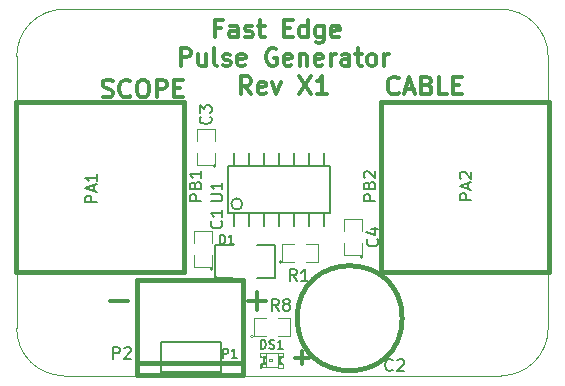
<source format=gto>
G04 (created by PCBNEW (2013-04-19 BZR 4011)-stable) date 22/05/2013 10:42:45*
%MOIN*%
G04 Gerber Fmt 3.4, Leading zero omitted, Abs format*
%FSLAX34Y34*%
G01*
G70*
G90*
G04 APERTURE LIST*
%ADD10C,0.006*%
%ADD11C,0.011811*%
%ADD12C,0.00393701*%
%ADD13C,0.0039*%
%ADD14C,0.015*%
%ADD15C,0.005*%
%ADD16C,0.0026*%
%ADD17C,0.004*%
%ADD18C,0.002*%
%ADD19C,0.00590551*%
%ADD20C,0.008*%
%ADD21C,0.012*%
G04 APERTURE END LIST*
G54D10*
G54D11*
X12728Y-2782D02*
X12700Y-2810D01*
X12615Y-2839D01*
X12559Y-2839D01*
X12475Y-2810D01*
X12418Y-2754D01*
X12390Y-2698D01*
X12362Y-2585D01*
X12362Y-2501D01*
X12390Y-2389D01*
X12418Y-2332D01*
X12475Y-2276D01*
X12559Y-2248D01*
X12615Y-2248D01*
X12700Y-2276D01*
X12728Y-2304D01*
X12953Y-2670D02*
X13234Y-2670D01*
X12896Y-2839D02*
X13093Y-2248D01*
X13290Y-2839D01*
X13684Y-2529D02*
X13768Y-2557D01*
X13796Y-2585D01*
X13824Y-2642D01*
X13824Y-2726D01*
X13796Y-2782D01*
X13768Y-2810D01*
X13712Y-2839D01*
X13487Y-2839D01*
X13487Y-2248D01*
X13684Y-2248D01*
X13740Y-2276D01*
X13768Y-2304D01*
X13796Y-2360D01*
X13796Y-2417D01*
X13768Y-2473D01*
X13740Y-2501D01*
X13684Y-2529D01*
X13487Y-2529D01*
X14359Y-2839D02*
X14078Y-2839D01*
X14078Y-2248D01*
X14556Y-2529D02*
X14752Y-2529D01*
X14837Y-2839D02*
X14556Y-2839D01*
X14556Y-2248D01*
X14837Y-2248D01*
X2864Y-2910D02*
X2948Y-2939D01*
X3089Y-2939D01*
X3145Y-2910D01*
X3173Y-2882D01*
X3201Y-2826D01*
X3201Y-2770D01*
X3173Y-2714D01*
X3145Y-2685D01*
X3089Y-2657D01*
X2976Y-2629D01*
X2920Y-2601D01*
X2892Y-2573D01*
X2864Y-2517D01*
X2864Y-2460D01*
X2892Y-2404D01*
X2920Y-2376D01*
X2976Y-2348D01*
X3117Y-2348D01*
X3201Y-2376D01*
X3792Y-2882D02*
X3764Y-2910D01*
X3679Y-2939D01*
X3623Y-2939D01*
X3539Y-2910D01*
X3482Y-2854D01*
X3454Y-2798D01*
X3426Y-2685D01*
X3426Y-2601D01*
X3454Y-2489D01*
X3482Y-2432D01*
X3539Y-2376D01*
X3623Y-2348D01*
X3679Y-2348D01*
X3764Y-2376D01*
X3792Y-2404D01*
X4157Y-2348D02*
X4270Y-2348D01*
X4326Y-2376D01*
X4382Y-2432D01*
X4410Y-2545D01*
X4410Y-2742D01*
X4382Y-2854D01*
X4326Y-2910D01*
X4270Y-2939D01*
X4157Y-2939D01*
X4101Y-2910D01*
X4045Y-2854D01*
X4017Y-2742D01*
X4017Y-2545D01*
X4045Y-2432D01*
X4101Y-2376D01*
X4157Y-2348D01*
X4664Y-2939D02*
X4664Y-2348D01*
X4888Y-2348D01*
X4945Y-2376D01*
X4973Y-2404D01*
X5001Y-2460D01*
X5001Y-2545D01*
X4973Y-2601D01*
X4945Y-2629D01*
X4888Y-2657D01*
X4664Y-2657D01*
X5254Y-2629D02*
X5451Y-2629D01*
X5535Y-2939D02*
X5254Y-2939D01*
X5254Y-2348D01*
X5535Y-2348D01*
G54D12*
X17716Y-10629D02*
X17716Y-1574D01*
X0Y-1574D02*
X0Y-10629D01*
X1574Y-12216D02*
X16141Y-12216D01*
X16141Y0D02*
X1574Y0D01*
X0Y-10641D02*
G75*
G03X1574Y-12216I1574J0D01*
G74*
G01*
X16141Y-12216D02*
G75*
G03X17716Y-10641I0J1574D01*
G74*
G01*
X17716Y-1574D02*
G75*
G03X16141Y0I-1574J0D01*
G74*
G01*
X1574Y0D02*
G75*
G03X0Y-1574I0J-1574D01*
G74*
G01*
G54D11*
X6804Y-629D02*
X6608Y-629D01*
X6608Y-939D02*
X6608Y-348D01*
X6889Y-348D01*
X7367Y-939D02*
X7367Y-629D01*
X7339Y-573D01*
X7283Y-545D01*
X7170Y-545D01*
X7114Y-573D01*
X7367Y-910D02*
X7311Y-939D01*
X7170Y-939D01*
X7114Y-910D01*
X7086Y-854D01*
X7086Y-798D01*
X7114Y-742D01*
X7170Y-714D01*
X7311Y-714D01*
X7367Y-685D01*
X7620Y-910D02*
X7676Y-939D01*
X7789Y-939D01*
X7845Y-910D01*
X7873Y-854D01*
X7873Y-826D01*
X7845Y-770D01*
X7789Y-742D01*
X7704Y-742D01*
X7648Y-714D01*
X7620Y-657D01*
X7620Y-629D01*
X7648Y-573D01*
X7704Y-545D01*
X7789Y-545D01*
X7845Y-573D01*
X8042Y-545D02*
X8267Y-545D01*
X8126Y-348D02*
X8126Y-854D01*
X8154Y-910D01*
X8211Y-939D01*
X8267Y-939D01*
X8914Y-629D02*
X9110Y-629D01*
X9195Y-939D02*
X8914Y-939D01*
X8914Y-348D01*
X9195Y-348D01*
X9701Y-939D02*
X9701Y-348D01*
X9701Y-910D02*
X9645Y-939D01*
X9532Y-939D01*
X9476Y-910D01*
X9448Y-882D01*
X9420Y-826D01*
X9420Y-657D01*
X9448Y-601D01*
X9476Y-573D01*
X9532Y-545D01*
X9645Y-545D01*
X9701Y-573D01*
X10235Y-545D02*
X10235Y-1023D01*
X10207Y-1079D01*
X10179Y-1107D01*
X10123Y-1135D01*
X10038Y-1135D01*
X9982Y-1107D01*
X10235Y-910D02*
X10179Y-939D01*
X10067Y-939D01*
X10010Y-910D01*
X9982Y-882D01*
X9954Y-826D01*
X9954Y-657D01*
X9982Y-601D01*
X10010Y-573D01*
X10067Y-545D01*
X10179Y-545D01*
X10235Y-573D01*
X10741Y-910D02*
X10685Y-939D01*
X10573Y-939D01*
X10516Y-910D01*
X10488Y-854D01*
X10488Y-629D01*
X10516Y-573D01*
X10573Y-545D01*
X10685Y-545D01*
X10741Y-573D01*
X10770Y-629D01*
X10770Y-685D01*
X10488Y-742D01*
X5469Y-1883D02*
X5469Y-1293D01*
X5694Y-1293D01*
X5750Y-1321D01*
X5778Y-1349D01*
X5806Y-1405D01*
X5806Y-1490D01*
X5778Y-1546D01*
X5750Y-1574D01*
X5694Y-1602D01*
X5469Y-1602D01*
X6312Y-1490D02*
X6312Y-1883D01*
X6059Y-1490D02*
X6059Y-1799D01*
X6087Y-1855D01*
X6144Y-1883D01*
X6228Y-1883D01*
X6284Y-1855D01*
X6312Y-1827D01*
X6678Y-1883D02*
X6622Y-1855D01*
X6594Y-1799D01*
X6594Y-1293D01*
X6875Y-1855D02*
X6931Y-1883D01*
X7043Y-1883D01*
X7100Y-1855D01*
X7128Y-1799D01*
X7128Y-1771D01*
X7100Y-1715D01*
X7043Y-1687D01*
X6959Y-1687D01*
X6903Y-1658D01*
X6875Y-1602D01*
X6875Y-1574D01*
X6903Y-1518D01*
X6959Y-1490D01*
X7043Y-1490D01*
X7100Y-1518D01*
X7606Y-1855D02*
X7550Y-1883D01*
X7437Y-1883D01*
X7381Y-1855D01*
X7353Y-1799D01*
X7353Y-1574D01*
X7381Y-1518D01*
X7437Y-1490D01*
X7550Y-1490D01*
X7606Y-1518D01*
X7634Y-1574D01*
X7634Y-1630D01*
X7353Y-1687D01*
X8646Y-1321D02*
X8590Y-1293D01*
X8506Y-1293D01*
X8421Y-1321D01*
X8365Y-1377D01*
X8337Y-1433D01*
X8309Y-1546D01*
X8309Y-1630D01*
X8337Y-1743D01*
X8365Y-1799D01*
X8421Y-1855D01*
X8506Y-1883D01*
X8562Y-1883D01*
X8646Y-1855D01*
X8675Y-1827D01*
X8675Y-1630D01*
X8562Y-1630D01*
X9153Y-1855D02*
X9096Y-1883D01*
X8984Y-1883D01*
X8928Y-1855D01*
X8900Y-1799D01*
X8900Y-1574D01*
X8928Y-1518D01*
X8984Y-1490D01*
X9096Y-1490D01*
X9153Y-1518D01*
X9181Y-1574D01*
X9181Y-1630D01*
X8900Y-1687D01*
X9434Y-1490D02*
X9434Y-1883D01*
X9434Y-1546D02*
X9462Y-1518D01*
X9518Y-1490D01*
X9603Y-1490D01*
X9659Y-1518D01*
X9687Y-1574D01*
X9687Y-1883D01*
X10193Y-1855D02*
X10137Y-1883D01*
X10024Y-1883D01*
X9968Y-1855D01*
X9940Y-1799D01*
X9940Y-1574D01*
X9968Y-1518D01*
X10024Y-1490D01*
X10137Y-1490D01*
X10193Y-1518D01*
X10221Y-1574D01*
X10221Y-1630D01*
X9940Y-1687D01*
X10474Y-1883D02*
X10474Y-1490D01*
X10474Y-1602D02*
X10502Y-1546D01*
X10531Y-1518D01*
X10587Y-1490D01*
X10643Y-1490D01*
X11093Y-1883D02*
X11093Y-1574D01*
X11065Y-1518D01*
X11009Y-1490D01*
X10896Y-1490D01*
X10840Y-1518D01*
X11093Y-1855D02*
X11037Y-1883D01*
X10896Y-1883D01*
X10840Y-1855D01*
X10812Y-1799D01*
X10812Y-1743D01*
X10840Y-1687D01*
X10896Y-1658D01*
X11037Y-1658D01*
X11093Y-1630D01*
X11290Y-1490D02*
X11515Y-1490D01*
X11374Y-1293D02*
X11374Y-1799D01*
X11402Y-1855D01*
X11459Y-1883D01*
X11515Y-1883D01*
X11796Y-1883D02*
X11740Y-1855D01*
X11712Y-1827D01*
X11684Y-1771D01*
X11684Y-1602D01*
X11712Y-1546D01*
X11740Y-1518D01*
X11796Y-1490D01*
X11880Y-1490D01*
X11937Y-1518D01*
X11965Y-1546D01*
X11993Y-1602D01*
X11993Y-1771D01*
X11965Y-1827D01*
X11937Y-1855D01*
X11880Y-1883D01*
X11796Y-1883D01*
X12246Y-1883D02*
X12246Y-1490D01*
X12246Y-1602D02*
X12274Y-1546D01*
X12302Y-1518D01*
X12358Y-1490D01*
X12415Y-1490D01*
X7817Y-2828D02*
X7620Y-2547D01*
X7479Y-2828D02*
X7479Y-2238D01*
X7704Y-2238D01*
X7761Y-2266D01*
X7789Y-2294D01*
X7817Y-2350D01*
X7817Y-2435D01*
X7789Y-2491D01*
X7761Y-2519D01*
X7704Y-2547D01*
X7479Y-2547D01*
X8295Y-2800D02*
X8239Y-2828D01*
X8126Y-2828D01*
X8070Y-2800D01*
X8042Y-2744D01*
X8042Y-2519D01*
X8070Y-2463D01*
X8126Y-2435D01*
X8239Y-2435D01*
X8295Y-2463D01*
X8323Y-2519D01*
X8323Y-2575D01*
X8042Y-2631D01*
X8520Y-2435D02*
X8660Y-2828D01*
X8801Y-2435D01*
X9420Y-2238D02*
X9813Y-2828D01*
X9813Y-2238D02*
X9420Y-2828D01*
X10348Y-2828D02*
X10010Y-2828D01*
X10179Y-2828D02*
X10179Y-2238D01*
X10123Y-2322D01*
X10067Y-2378D01*
X10010Y-2406D01*
X3095Y-9719D02*
X3704Y-9719D01*
X7695Y-9719D02*
X8304Y-9719D01*
X8000Y-10023D02*
X8000Y-9414D01*
G54D13*
X8848Y-8422D02*
G75*
G03X8848Y-8422I-50J0D01*
G74*
G01*
X9248Y-8422D02*
X8848Y-8422D01*
X8848Y-8422D02*
X8848Y-7822D01*
X8848Y-7822D02*
X9248Y-7822D01*
X9648Y-7822D02*
X10048Y-7822D01*
X10048Y-7822D02*
X10048Y-8422D01*
X10048Y-8422D02*
X9648Y-8422D01*
X6550Y-8650D02*
G75*
G03X6550Y-8650I-50J0D01*
G74*
G01*
X6500Y-8200D02*
X6500Y-8600D01*
X6500Y-8600D02*
X5900Y-8600D01*
X5900Y-8600D02*
X5900Y-8200D01*
X5900Y-7800D02*
X5900Y-7400D01*
X5900Y-7400D02*
X6500Y-7400D01*
X6500Y-7400D02*
X6500Y-7800D01*
X6649Y-5228D02*
G75*
G03X6649Y-5228I-50J0D01*
G74*
G01*
X6599Y-4778D02*
X6599Y-5178D01*
X6599Y-5178D02*
X5999Y-5178D01*
X5999Y-5178D02*
X5999Y-4778D01*
X5999Y-4378D02*
X5999Y-3978D01*
X5999Y-3978D02*
X6599Y-3978D01*
X6599Y-3978D02*
X6599Y-4378D01*
G54D14*
X12850Y-10300D02*
G75*
G03X12850Y-10300I-1750J0D01*
G74*
G01*
X7559Y-12177D02*
X7559Y-9027D01*
X4015Y-12177D02*
X4015Y-9027D01*
X7559Y-9027D02*
X4015Y-9027D01*
X7559Y-11783D02*
X4015Y-11783D01*
X7559Y-12177D02*
X4015Y-12177D01*
G54D15*
X7050Y-5220D02*
X7050Y-6780D01*
X7050Y-6780D02*
X10450Y-6780D01*
X10450Y-6780D02*
X10450Y-5220D01*
X10450Y-5220D02*
X7050Y-5220D01*
X7750Y-5220D02*
X7750Y-4790D01*
X8250Y-5220D02*
X8250Y-4790D01*
X8750Y-5220D02*
X8750Y-4790D01*
X7250Y-5220D02*
X7250Y-4790D01*
X9250Y-4790D02*
X9250Y-5220D01*
X9750Y-4790D02*
X9750Y-5220D01*
X10250Y-4790D02*
X10250Y-5220D01*
X10250Y-6780D02*
X10250Y-7210D01*
X9750Y-6780D02*
X9750Y-7210D01*
X7250Y-6780D02*
X7250Y-7210D01*
X7750Y-7210D02*
X7750Y-6780D01*
X9250Y-7210D02*
X9250Y-6780D01*
X8750Y-7210D02*
X8750Y-6780D01*
X8250Y-7210D02*
X8250Y-6780D01*
X7526Y-6490D02*
G75*
G03X7526Y-6490I-186J0D01*
G74*
G01*
G54D14*
X5558Y-8747D02*
X-32Y-8747D01*
X-30Y-8749D02*
X-30Y-3080D01*
X-32Y-3078D02*
X5558Y-3078D01*
X5565Y-8747D02*
X5565Y-3078D01*
X12158Y-3087D02*
X17749Y-3087D01*
X17747Y-3085D02*
X17747Y-8754D01*
X17749Y-8756D02*
X12158Y-8756D01*
X12151Y-3087D02*
X12151Y-8756D01*
G54D13*
X11550Y-8250D02*
G75*
G03X11550Y-8250I-50J0D01*
G74*
G01*
X11500Y-7800D02*
X11500Y-8200D01*
X11500Y-8200D02*
X10900Y-8200D01*
X10900Y-8200D02*
X10900Y-7800D01*
X10900Y-7400D02*
X10900Y-7000D01*
X10900Y-7000D02*
X11500Y-7000D01*
X11500Y-7000D02*
X11500Y-7400D01*
G54D15*
X6720Y-9000D02*
G75*
G03X6720Y-9000I-70J0D01*
G74*
G01*
X7200Y-7850D02*
X6600Y-7850D01*
X6600Y-7850D02*
X6600Y-8950D01*
X6600Y-8950D02*
X7200Y-8950D01*
X8000Y-8950D02*
X8600Y-8950D01*
X8600Y-8950D02*
X8600Y-7850D01*
X8600Y-7850D02*
X8000Y-7850D01*
G54D13*
X7900Y-10900D02*
G75*
G03X7900Y-10900I-50J0D01*
G74*
G01*
X8300Y-10900D02*
X7900Y-10900D01*
X7900Y-10900D02*
X7900Y-10300D01*
X7900Y-10300D02*
X8300Y-10300D01*
X8700Y-10300D02*
X9100Y-10300D01*
X9100Y-10300D02*
X9100Y-10900D01*
X9100Y-10900D02*
X8700Y-10900D01*
G54D16*
X8304Y-11582D02*
X8304Y-11454D01*
X8304Y-11454D02*
X8107Y-11454D01*
X8107Y-11582D02*
X8107Y-11454D01*
X8304Y-11582D02*
X8107Y-11582D01*
X8304Y-11827D02*
X8304Y-11768D01*
X8304Y-11768D02*
X8205Y-11768D01*
X8205Y-11827D02*
X8205Y-11768D01*
X8304Y-11827D02*
X8205Y-11827D01*
X8304Y-11632D02*
X8304Y-11573D01*
X8304Y-11573D02*
X8205Y-11573D01*
X8205Y-11632D02*
X8205Y-11573D01*
X8304Y-11632D02*
X8205Y-11632D01*
X8304Y-11778D02*
X8304Y-11622D01*
X8304Y-11622D02*
X8235Y-11622D01*
X8235Y-11778D02*
X8235Y-11622D01*
X8304Y-11778D02*
X8235Y-11778D01*
X8893Y-11582D02*
X8893Y-11454D01*
X8893Y-11454D02*
X8696Y-11454D01*
X8696Y-11582D02*
X8696Y-11454D01*
X8893Y-11582D02*
X8696Y-11582D01*
X8893Y-11946D02*
X8893Y-11818D01*
X8893Y-11818D02*
X8696Y-11818D01*
X8696Y-11946D02*
X8696Y-11818D01*
X8893Y-11946D02*
X8696Y-11946D01*
X8795Y-11632D02*
X8795Y-11573D01*
X8795Y-11573D02*
X8696Y-11573D01*
X8696Y-11632D02*
X8696Y-11573D01*
X8795Y-11632D02*
X8696Y-11632D01*
X8795Y-11827D02*
X8795Y-11768D01*
X8795Y-11768D02*
X8696Y-11768D01*
X8696Y-11827D02*
X8696Y-11768D01*
X8795Y-11827D02*
X8696Y-11827D01*
X8765Y-11778D02*
X8765Y-11622D01*
X8765Y-11622D02*
X8696Y-11622D01*
X8696Y-11778D02*
X8696Y-11622D01*
X8765Y-11778D02*
X8696Y-11778D01*
X8500Y-11739D02*
X8500Y-11661D01*
X8500Y-11661D02*
X8422Y-11661D01*
X8422Y-11739D02*
X8422Y-11661D01*
X8500Y-11739D02*
X8422Y-11739D01*
X8304Y-11936D02*
X8304Y-11818D01*
X8304Y-11818D02*
X8186Y-11818D01*
X8186Y-11936D02*
X8186Y-11818D01*
X8304Y-11936D02*
X8186Y-11936D01*
X8136Y-11946D02*
X8136Y-11857D01*
X8136Y-11857D02*
X8107Y-11857D01*
X8107Y-11946D02*
X8107Y-11857D01*
X8136Y-11946D02*
X8107Y-11946D01*
G54D17*
X8294Y-11474D02*
X8706Y-11474D01*
X8696Y-11926D02*
X8136Y-11926D01*
G54D18*
X8194Y-11877D02*
G75*
G03X8194Y-11877I-28J0D01*
G74*
G01*
G54D17*
X8107Y-11837D02*
G75*
G03X8107Y-11563I0J137D01*
G74*
G01*
X8893Y-11563D02*
G75*
G03X8893Y-11837I0J-137D01*
G74*
G01*
G54D10*
X6800Y-11100D02*
X6800Y-12100D01*
X6800Y-12100D02*
X4800Y-12100D01*
X4800Y-12100D02*
X4800Y-11100D01*
X4800Y-11100D02*
X6800Y-11100D01*
G54D19*
X9334Y-9059D02*
X9203Y-8871D01*
X9109Y-9059D02*
X9109Y-8665D01*
X9259Y-8665D01*
X9296Y-8684D01*
X9315Y-8703D01*
X9334Y-8740D01*
X9334Y-8796D01*
X9315Y-8834D01*
X9296Y-8853D01*
X9259Y-8871D01*
X9109Y-8871D01*
X9709Y-9059D02*
X9484Y-9059D01*
X9596Y-9059D02*
X9596Y-8665D01*
X9559Y-8721D01*
X9521Y-8759D01*
X9484Y-8778D01*
X6821Y-7065D02*
X6840Y-7084D01*
X6859Y-7140D01*
X6859Y-7178D01*
X6840Y-7234D01*
X6803Y-7271D01*
X6765Y-7290D01*
X6690Y-7309D01*
X6634Y-7309D01*
X6559Y-7290D01*
X6521Y-7271D01*
X6484Y-7234D01*
X6465Y-7178D01*
X6465Y-7140D01*
X6484Y-7084D01*
X6503Y-7065D01*
X6859Y-6690D02*
X6859Y-6915D01*
X6859Y-6803D02*
X6465Y-6803D01*
X6521Y-6840D01*
X6559Y-6878D01*
X6578Y-6915D01*
X6459Y-3581D02*
X6478Y-3600D01*
X6497Y-3656D01*
X6497Y-3693D01*
X6478Y-3750D01*
X6440Y-3787D01*
X6403Y-3806D01*
X6328Y-3825D01*
X6272Y-3825D01*
X6197Y-3806D01*
X6159Y-3787D01*
X6122Y-3750D01*
X6103Y-3693D01*
X6103Y-3656D01*
X6122Y-3600D01*
X6140Y-3581D01*
X6103Y-3450D02*
X6103Y-3206D01*
X6253Y-3337D01*
X6253Y-3281D01*
X6272Y-3243D01*
X6290Y-3225D01*
X6328Y-3206D01*
X6422Y-3206D01*
X6459Y-3225D01*
X6478Y-3243D01*
X6497Y-3281D01*
X6497Y-3393D01*
X6478Y-3431D01*
X6459Y-3450D01*
G54D20*
X12533Y-12023D02*
X12514Y-12042D01*
X12457Y-12061D01*
X12419Y-12061D01*
X12361Y-12042D01*
X12323Y-12004D01*
X12304Y-11966D01*
X12285Y-11890D01*
X12285Y-11833D01*
X12304Y-11757D01*
X12323Y-11719D01*
X12361Y-11680D01*
X12419Y-11661D01*
X12457Y-11661D01*
X12514Y-11680D01*
X12533Y-11700D01*
X12685Y-11700D02*
X12704Y-11680D01*
X12742Y-11661D01*
X12838Y-11661D01*
X12876Y-11680D01*
X12895Y-11700D01*
X12914Y-11738D01*
X12914Y-11776D01*
X12895Y-11833D01*
X12666Y-12061D01*
X12914Y-12061D01*
G54D21*
X9271Y-11614D02*
X9728Y-11614D01*
X9500Y-11842D02*
X9500Y-11385D01*
G54D19*
X3209Y-11659D02*
X3209Y-11265D01*
X3359Y-11265D01*
X3396Y-11284D01*
X3415Y-11303D01*
X3434Y-11340D01*
X3434Y-11396D01*
X3415Y-11434D01*
X3396Y-11453D01*
X3359Y-11471D01*
X3209Y-11471D01*
X3584Y-11303D02*
X3603Y-11284D01*
X3640Y-11265D01*
X3734Y-11265D01*
X3771Y-11284D01*
X3790Y-11303D01*
X3809Y-11340D01*
X3809Y-11378D01*
X3790Y-11434D01*
X3565Y-11659D01*
X3809Y-11659D01*
X6465Y-6399D02*
X6784Y-6399D01*
X6821Y-6381D01*
X6840Y-6362D01*
X6859Y-6324D01*
X6859Y-6249D01*
X6840Y-6212D01*
X6821Y-6193D01*
X6784Y-6174D01*
X6465Y-6174D01*
X6859Y-5781D02*
X6859Y-6006D01*
X6859Y-5893D02*
X6465Y-5893D01*
X6521Y-5931D01*
X6559Y-5968D01*
X6578Y-6006D01*
X2678Y-6441D02*
X2284Y-6441D01*
X2284Y-6292D01*
X2303Y-6254D01*
X2322Y-6235D01*
X2359Y-6217D01*
X2415Y-6217D01*
X2453Y-6235D01*
X2472Y-6254D01*
X2490Y-6292D01*
X2490Y-6441D01*
X2565Y-6067D02*
X2565Y-5879D01*
X2678Y-6104D02*
X2284Y-5973D01*
X2678Y-5842D01*
X2678Y-5504D02*
X2678Y-5729D01*
X2678Y-5617D02*
X2284Y-5617D01*
X2340Y-5654D01*
X2378Y-5692D01*
X2397Y-5729D01*
X6159Y-6387D02*
X5765Y-6387D01*
X5765Y-6237D01*
X5784Y-6199D01*
X5803Y-6181D01*
X5840Y-6162D01*
X5896Y-6162D01*
X5934Y-6181D01*
X5953Y-6199D01*
X5971Y-6237D01*
X5971Y-6387D01*
X5953Y-5862D02*
X5971Y-5806D01*
X5990Y-5787D01*
X6028Y-5768D01*
X6084Y-5768D01*
X6121Y-5787D01*
X6140Y-5806D01*
X6159Y-5843D01*
X6159Y-5993D01*
X5765Y-5993D01*
X5765Y-5862D01*
X5784Y-5825D01*
X5803Y-5806D01*
X5840Y-5787D01*
X5878Y-5787D01*
X5915Y-5806D01*
X5934Y-5825D01*
X5953Y-5862D01*
X5953Y-5993D01*
X6159Y-5393D02*
X6159Y-5618D01*
X6159Y-5506D02*
X5765Y-5506D01*
X5821Y-5543D01*
X5859Y-5581D01*
X5878Y-5618D01*
X15159Y-6359D02*
X14765Y-6359D01*
X14765Y-6209D01*
X14784Y-6171D01*
X14803Y-6153D01*
X14840Y-6134D01*
X14896Y-6134D01*
X14934Y-6153D01*
X14953Y-6171D01*
X14971Y-6209D01*
X14971Y-6359D01*
X15046Y-5984D02*
X15046Y-5796D01*
X15159Y-6021D02*
X14765Y-5890D01*
X15159Y-5759D01*
X14803Y-5646D02*
X14784Y-5628D01*
X14765Y-5590D01*
X14765Y-5496D01*
X14784Y-5459D01*
X14803Y-5440D01*
X14840Y-5421D01*
X14878Y-5421D01*
X14934Y-5440D01*
X15159Y-5665D01*
X15159Y-5421D01*
X11959Y-6387D02*
X11565Y-6387D01*
X11565Y-6237D01*
X11584Y-6199D01*
X11603Y-6181D01*
X11640Y-6162D01*
X11696Y-6162D01*
X11734Y-6181D01*
X11753Y-6199D01*
X11771Y-6237D01*
X11771Y-6387D01*
X11753Y-5862D02*
X11771Y-5806D01*
X11790Y-5787D01*
X11828Y-5768D01*
X11884Y-5768D01*
X11921Y-5787D01*
X11940Y-5806D01*
X11959Y-5843D01*
X11959Y-5993D01*
X11565Y-5993D01*
X11565Y-5862D01*
X11584Y-5825D01*
X11603Y-5806D01*
X11640Y-5787D01*
X11678Y-5787D01*
X11715Y-5806D01*
X11734Y-5825D01*
X11753Y-5862D01*
X11753Y-5993D01*
X11603Y-5618D02*
X11584Y-5600D01*
X11565Y-5562D01*
X11565Y-5468D01*
X11584Y-5431D01*
X11603Y-5412D01*
X11640Y-5393D01*
X11678Y-5393D01*
X11734Y-5412D01*
X11959Y-5637D01*
X11959Y-5393D01*
X12021Y-7665D02*
X12040Y-7684D01*
X12059Y-7740D01*
X12059Y-7778D01*
X12040Y-7834D01*
X12003Y-7871D01*
X11965Y-7890D01*
X11890Y-7909D01*
X11834Y-7909D01*
X11759Y-7890D01*
X11721Y-7871D01*
X11684Y-7834D01*
X11665Y-7778D01*
X11665Y-7740D01*
X11684Y-7684D01*
X11703Y-7665D01*
X11796Y-7328D02*
X12059Y-7328D01*
X11646Y-7421D02*
X11928Y-7515D01*
X11928Y-7271D01*
G54D15*
X6778Y-7821D02*
X6778Y-7521D01*
X6850Y-7521D01*
X6892Y-7535D01*
X6921Y-7564D01*
X6935Y-7592D01*
X6950Y-7650D01*
X6950Y-7692D01*
X6935Y-7750D01*
X6921Y-7778D01*
X6892Y-7807D01*
X6850Y-7821D01*
X6778Y-7821D01*
X7235Y-7821D02*
X7064Y-7821D01*
X7150Y-7821D02*
X7150Y-7521D01*
X7121Y-7564D01*
X7092Y-7592D01*
X7064Y-7607D01*
G54D19*
X8734Y-10059D02*
X8603Y-9871D01*
X8509Y-10059D02*
X8509Y-9665D01*
X8659Y-9665D01*
X8696Y-9684D01*
X8715Y-9703D01*
X8734Y-9740D01*
X8734Y-9796D01*
X8715Y-9834D01*
X8696Y-9853D01*
X8659Y-9871D01*
X8509Y-9871D01*
X8959Y-9834D02*
X8921Y-9815D01*
X8903Y-9796D01*
X8884Y-9759D01*
X8884Y-9740D01*
X8903Y-9703D01*
X8921Y-9684D01*
X8959Y-9665D01*
X9034Y-9665D01*
X9071Y-9684D01*
X9090Y-9703D01*
X9109Y-9740D01*
X9109Y-9759D01*
X9090Y-9796D01*
X9071Y-9815D01*
X9034Y-9834D01*
X8959Y-9834D01*
X8921Y-9853D01*
X8903Y-9871D01*
X8884Y-9909D01*
X8884Y-9984D01*
X8903Y-10021D01*
X8921Y-10040D01*
X8959Y-10059D01*
X9034Y-10059D01*
X9071Y-10040D01*
X9090Y-10021D01*
X9109Y-9984D01*
X9109Y-9909D01*
X9090Y-9871D01*
X9071Y-9853D01*
X9034Y-9834D01*
G54D15*
X8135Y-11321D02*
X8135Y-11021D01*
X8207Y-11021D01*
X8250Y-11035D01*
X8278Y-11064D01*
X8292Y-11092D01*
X8307Y-11150D01*
X8307Y-11192D01*
X8292Y-11250D01*
X8278Y-11278D01*
X8250Y-11307D01*
X8207Y-11321D01*
X8135Y-11321D01*
X8421Y-11307D02*
X8464Y-11321D01*
X8535Y-11321D01*
X8564Y-11307D01*
X8578Y-11292D01*
X8592Y-11264D01*
X8592Y-11235D01*
X8578Y-11207D01*
X8564Y-11192D01*
X8535Y-11178D01*
X8478Y-11164D01*
X8450Y-11150D01*
X8435Y-11135D01*
X8421Y-11107D01*
X8421Y-11078D01*
X8435Y-11050D01*
X8450Y-11035D01*
X8478Y-11021D01*
X8550Y-11021D01*
X8592Y-11035D01*
X8878Y-11321D02*
X8707Y-11321D01*
X8792Y-11321D02*
X8792Y-11021D01*
X8764Y-11064D01*
X8735Y-11092D01*
X8707Y-11107D01*
G54D10*
X6878Y-11621D02*
X6878Y-11321D01*
X6992Y-11321D01*
X7021Y-11335D01*
X7035Y-11350D01*
X7050Y-11378D01*
X7050Y-11421D01*
X7035Y-11450D01*
X7021Y-11464D01*
X6992Y-11478D01*
X6878Y-11478D01*
X7335Y-11621D02*
X7164Y-11621D01*
X7250Y-11621D02*
X7250Y-11321D01*
X7221Y-11364D01*
X7192Y-11392D01*
X7164Y-11407D01*
M02*

</source>
